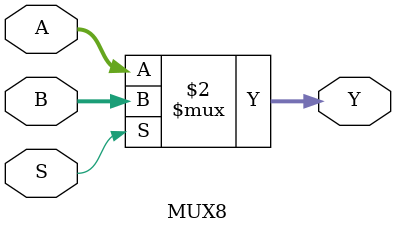
<source format=v>
`timescale 1ns / 1ps
module MUX8(
    input [7:0] A,
    input [7:0] B,
    input S,
    output [7:0] Y
    );

	assign Y = (S == 0) ? A : B;

endmodule

</source>
